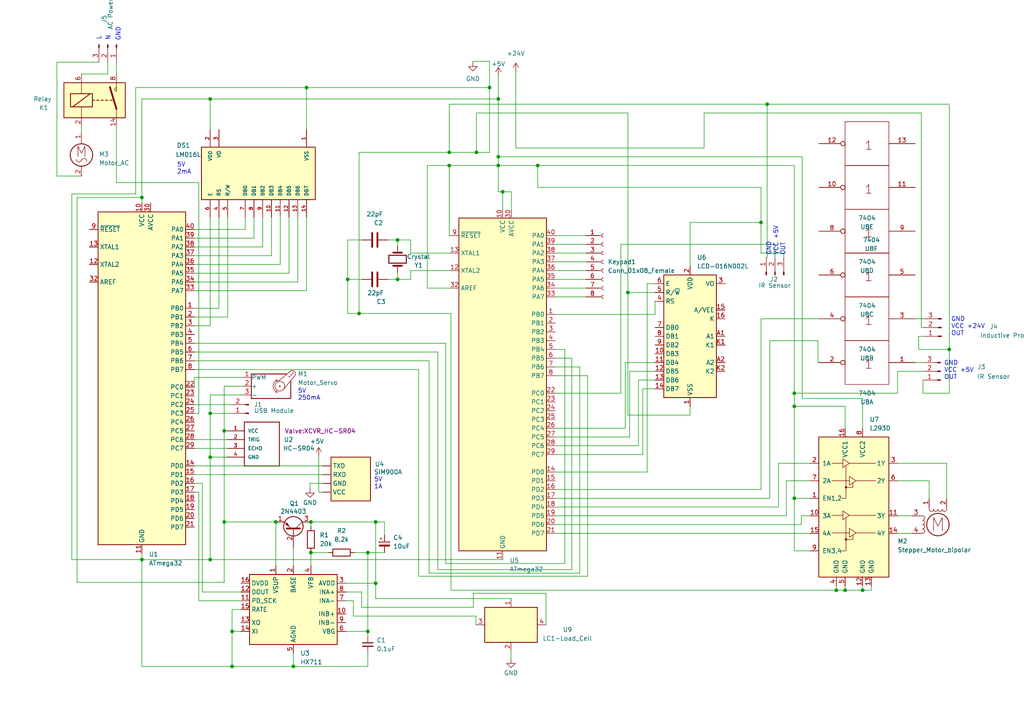
<source format=kicad_sch>
(kicad_sch (version 20211123) (generator eeschema)
  (paper "A4")
  (lib_symbols
    (symbol "74xx_IEEE:7404" (pin_names (offset 0.762))
      (property "Reference" "U" (at 5.08 7.62 0))
      (property "Value" "7404" (at 3.81 -8.89 0))
      (symbol "7404_0_0"
        (text "1" (at -0.508 0.508 0) (effects (font (size 2.54 2.54))))
      )
      (symbol "7404_0_1"
        (pin power_in line (at 0 6.35 270) (length 0) hide (name "Vcc") (number "14"))
        (pin power_in line (at 0 -6.35 90) (length 0) hide (name "Gnd") (number "7"))
      )
      (symbol "7404_1_1"
        (pin input line (at -13.97 0 0) (length 7.62) (name "~") (number "1"))
        (pin input inverted (at 13.97 0 180) (length 7.62) (name "~") (number "2"))
      )
      (symbol "7404_2_1"
        (pin input line (at -13.97 0 0) (length 7.62) (name "~") (number "3"))
        (pin input inverted (at 13.97 0 180) (length 7.62) (name "~") (number "4"))
      )
      (symbol "7404_3_1"
        (pin input line (at -13.97 0 0) (length 7.62) (name "~") (number "5"))
        (pin input inverted (at 13.97 0 180) (length 7.62) (name "~") (number "6"))
      )
      (symbol "7404_4_1"
        (pin input inverted (at 13.97 0 180) (length 7.62) (name "~") (number "8"))
        (pin input line (at -13.97 0 0) (length 7.62) (name "~") (number "9"))
      )
      (symbol "7404_5_1"
        (pin input inverted (at 13.97 0 180) (length 7.62) (name "~") (number "10"))
        (pin input line (at -13.97 0 0) (length 7.62) (name "~") (number "11"))
      )
      (symbol "7404_6_1"
        (pin input inverted (at 13.97 0 180) (length 7.62) (name "~") (number "12"))
        (pin input line (at -13.97 0 0) (length 7.62) (name "~") (number "13"))
      )
    )
    (symbol "Analog:LC1-Load_Cell"
      (property "Reference" "U" (at 3.81 11.43 0))
      (property "Value" "LC1-Load_Cell" (at 11.43 8.89 0))
      (symbol "LC1-Load_Cell_1_1"
        (pin output line (at 0 7.62 270) (length 2.54) (name "") (number "1"))
        (pin output line (at 0 -7.62 90) (length 2.54) (name "") (number "2"))
        (pin output line (at -10.16 0 0) (length 2.54) (name "") (number "3"))
        (pin output line (at 10.16 0 180) (length 2.54) (name "") (number "4"))
      )
    )
    (symbol "Connector:Conn_01x02_Male" (pin_names (offset 1.016) hide)
      (property "Reference" "J" (at 0 2.54 0))
      (property "Value" "Conn_01x02_Male" (at 0 -5.08 0))
      (symbol "Conn_01x02_Male_1_1"
        (pin passive line (at 5.08 0 180) (length 3.81) (name "Pin_1") (number "1"))
        (pin passive line (at 5.08 -2.54 180) (length 3.81) (name "Pin_2") (number "2"))
      )
    )
    (symbol "Connector:Conn_01x03_Male" (pin_names (offset 1.016) hide)
      (property "Reference" "J" (at 0 5.08 0))
      (property "Value" "Conn_01x03_Male" (at 0 -5.08 0))
      (symbol "Conn_01x03_Male_1_1"
        (pin passive line (at 5.08 2.54 180) (length 3.81) (name "Pin_1") (number "1"))
        (pin passive line (at 5.08 0 180) (length 3.81) (name "Pin_2") (number "2"))
        (pin passive line (at 5.08 -2.54 180) (length 3.81) (name "Pin_3") (number "3"))
      )
    )
    (symbol "Connector:Conn_01x08_Female" (pin_names (offset 1.016) hide)
      (property "Reference" "J" (at 0 10.16 0))
      (property "Value" "Conn_01x08_Female" (at 0 -12.7 0))
      (symbol "Conn_01x08_Female_1_1"
        (pin passive line (at -5.08 7.62 0) (length 3.81) (name "Pin_1") (number "1"))
        (pin passive line (at -5.08 5.08 0) (length 3.81) (name "Pin_2") (number "2"))
        (pin passive line (at -5.08 2.54 0) (length 3.81) (name "Pin_3") (number "3"))
        (pin passive line (at -5.08 0 0) (length 3.81) (name "Pin_4") (number "4"))
        (pin passive line (at -5.08 -2.54 0) (length 3.81) (name "Pin_5") (number "5"))
        (pin passive line (at -5.08 -5.08 0) (length 3.81) (name "Pin_6") (number "6"))
        (pin passive line (at -5.08 -7.62 0) (length 3.81) (name "Pin_7") (number "7"))
        (pin passive line (at -5.08 -10.16 0) (length 3.81) (name "Pin_8") (number "8"))
      )
    )
    (symbol "Device:C" (pin_numbers hide) (pin_names (offset 0.254))
      (property "Reference" "C" (at 0.635 2.54 0))
      (property "Value" "C" (at 0.635 -2.54 0))
      (symbol "C_1_1"
        (pin passive line (at 0 3.81 270) (length 2.794) (name "~") (number "1"))
        (pin passive line (at 0 -3.81 90) (length 2.794) (name "~") (number "2"))
      )
    )
    (symbol "Device:C_Polarized_Small" (pin_numbers hide) (pin_names (offset 0.254) hide)
      (property "Reference" "C" (at 0.254 1.778 0))
      (property "Value" "C_Polarized_Small" (at 0.254 -2.032 0))
      (symbol "C_Polarized_Small_1_1"
        (pin passive line (at 0 2.54 270) (length 1.8542) (name "~") (number "1"))
        (pin passive line (at 0 -2.54 90) (length 1.8542) (name "~") (number "2"))
      )
    )
    (symbol "Device:C_Small" (pin_numbers hide) (pin_names (offset 0.254) hide)
      (property "Reference" "C" (at 0.254 1.778 0))
      (property "Value" "C_Small" (at 0.254 -2.032 0))
      (symbol "C_Small_1_1"
        (pin passive line (at 0 2.54 270) (length 2.032) (name "~") (number "1"))
        (pin passive line (at 0 -2.54 90) (length 2.032) (name "~") (number "2"))
      )
    )
    (symbol "Device:Crystal" (pin_numbers hide) (pin_names (offset 1.016) hide)
      (property "Reference" "Y" (at 0 3.81 0))
      (property "Value" "Crystal" (at 0 -3.81 0))
      (symbol "Crystal_1_1"
        (pin passive line (at -3.81 0 0) (length 1.27) (name "1") (number "1"))
        (pin passive line (at 3.81 0 180) (length 1.27) (name "2") (number "2"))
      )
    )
    (symbol "Device:R" (pin_numbers hide) (pin_names (offset 0))
      (property "Reference" "R" (at 2.032 0 90))
      (property "Value" "R" (at 0 0 90))
      (symbol "R_1_1"
        (pin passive line (at 0 3.81 270) (length 1.27) (name "~") (number "1"))
        (pin passive line (at 0 -3.81 90) (length 1.27) (name "~") (number "2"))
      )
    )
    (symbol "Display_Character:LCD-016N002L"
      (property "Reference" "U" (at -6.35 18.796 0))
      (property "Value" "LCD-016N002L" (at 8.636 18.796 0))
      (symbol "LCD-016N002L_1_1"
        (pin power_in line (at 0 -20.32 90) (length 2.54) (name "VSS") (number "1"))
        (pin bidirectional line (at -10.16 -5.08 0) (length 2.54) (name "DB3") (number "10"))
        (pin bidirectional line (at -10.16 -7.62 0) (length 2.54) (name "DB4") (number "11"))
        (pin bidirectional line (at -10.16 -10.16 0) (length 2.54) (name "DB5") (number "12"))
        (pin bidirectional line (at -10.16 -12.7 0) (length 2.54) (name "DB6") (number "13"))
        (pin bidirectional line (at -10.16 -15.24 0) (length 2.54) (name "DB7") (number "14"))
        (pin power_in line (at 10.16 7.62 180) (length 2.54) (name "A/VEE") (number "15"))
        (pin power_in line (at 10.16 5.08 180) (length 2.54) (name "K") (number "16"))
        (pin power_in line (at 0 20.32 270) (length 2.54) (name "VDD") (number "2"))
        (pin input line (at 10.16 15.24 180) (length 2.54) (name "VO") (number "3"))
        (pin input line (at -10.16 10.16 0) (length 2.54) (name "RS") (number "4"))
        (pin input line (at -10.16 12.7 0) (length 2.54) (name "R/~{W}") (number "5"))
        (pin input line (at -10.16 15.24 0) (length 2.54) (name "E") (number "6"))
        (pin bidirectional line (at -10.16 2.54 0) (length 2.54) (name "DB0") (number "7"))
        (pin bidirectional line (at -10.16 0 0) (length 2.54) (name "DB1") (number "8"))
        (pin bidirectional line (at -10.16 -2.54 0) (length 2.54) (name "DB2") (number "9"))
        (pin power_in line (at 10.16 0 180) (length 2.54) (name "A1") (number "A1"))
        (pin power_in line (at 10.16 -7.62 180) (length 2.54) (name "A2") (number "A2"))
        (pin power_in line (at 10.16 -2.54 180) (length 2.54) (name "K1") (number "K1"))
        (pin power_in line (at 10.16 -10.16 180) (length 2.54) (name "K2") (number "K2"))
      )
    )
    (symbol "Driver_Motor:L293D" (pin_names (offset 1.016))
      (property "Reference" "U" (at -5.08 26.035 0))
      (property "Value" "L293D" (at -5.08 24.13 0))
      (symbol "L293D_1_1"
        (pin input line (at -12.7 5.08 0) (length 2.54) (name "EN1,2") (number "1"))
        (pin input line (at -12.7 0 0) (length 2.54) (name "3A") (number "10"))
        (pin output line (at 12.7 0 180) (length 2.54) (name "3Y") (number "11"))
        (pin power_in line (at 2.54 -20.32 90) (length 2.54) (name "GND") (number "12"))
        (pin power_in line (at 5.08 -20.32 90) (length 2.54) (name "GND") (number "13"))
        (pin output line (at 12.7 -5.08 180) (length 2.54) (name "4Y") (number "14"))
        (pin input line (at -12.7 -5.08 0) (length 2.54) (name "4A") (number "15"))
        (pin power_in line (at -2.54 25.4 270) (length 2.54) (name "VCC1") (number "16"))
        (pin input line (at -12.7 15.24 0) (length 2.54) (name "1A") (number "2"))
        (pin output line (at 12.7 15.24 180) (length 2.54) (name "1Y") (number "3"))
        (pin power_in line (at -5.08 -20.32 90) (length 2.54) (name "GND") (number "4"))
        (pin power_in line (at -2.54 -20.32 90) (length 2.54) (name "GND") (number "5"))
        (pin output line (at 12.7 10.16 180) (length 2.54) (name "2Y") (number "6"))
        (pin input line (at -12.7 10.16 0) (length 2.54) (name "2A") (number "7"))
        (pin power_in line (at 2.54 25.4 270) (length 2.54) (name "VCC2") (number "8"))
        (pin input line (at -12.7 -10.16 0) (length 2.54) (name "EN3,4") (number "9"))
      )
    )
    (symbol "HC-SR04:HC-SR04" (pin_names (offset 1.016))
      (property "Reference" "U" (at 0 5.08 0))
      (property "Value" "HC-SR04" (at 0 -10.16 0))
      (symbol "HC-SR04_0_0"
        (pin power_in line (at -5.08 2.54 0) (length 5.08) (name "VCC") (number "1"))
        (pin bidirectional line (at -5.08 0 0) (length 5.08) (name "TRIG") (number "2"))
        (pin bidirectional line (at -5.08 -2.54 0) (length 5.08) (name "ECHO") (number "3"))
        (pin power_in line (at -5.08 -5.08 0) (length 5.08) (name "GND") (number "4"))
      )
    )
    (symbol "ICT Project 2:LM016L" (pin_names (offset 1.016))
      (property "Reference" "DS" (at -9.9314 15.7734 0))
      (property "Value" "LM016L" (at -9.906 -19.8374 0))
      (symbol "LM016L_0_0"
        (pin power_in line (at 10.16 -15.24 180) (length 5.08) (name "VSS") (number "1"))
        (pin bidirectional line (at -15.24 -5.08 0) (length 5.08) (name "DB3") (number "10"))
        (pin bidirectional line (at -15.24 -7.62 0) (length 5.08) (name "DB4") (number "11"))
        (pin bidirectional line (at -15.24 -10.16 0) (length 5.08) (name "DB5") (number "12"))
        (pin bidirectional line (at -15.24 -12.7 0) (length 5.08) (name "DB6") (number "13"))
        (pin bidirectional line (at -15.24 -15.24 0) (length 5.08) (name "DB7") (number "14"))
        (pin power_in line (at 10.16 12.7 180) (length 5.08) (name "VDD") (number "2"))
        (pin power_in line (at 10.16 10.16 180) (length 5.08) (name "VO") (number "3"))
        (pin input line (at -15.24 10.16 0) (length 5.08) (name "RS") (number "4"))
        (pin input line (at -15.24 7.62 0) (length 5.08) (name "R/W") (number "5"))
        (pin input line (at -15.24 12.7 0) (length 5.08) (name "E") (number "6"))
        (pin bidirectional line (at -15.24 2.54 0) (length 5.08) (name "DB0") (number "7"))
        (pin bidirectional line (at -15.24 0 0) (length 5.08) (name "DB1") (number "8"))
        (pin bidirectional line (at -15.24 -2.54 0) (length 5.08) (name "DB2") (number "9"))
      )
    )
    (symbol "MCU_Microchip_ATmega:ATmega32A-P"
      (property "Reference" "U" (at -12.7 49.53 0))
      (property "Value" "ATmega32A-P" (at 2.54 -49.53 0))
      (symbol "ATmega32A-P_1_1"
        (pin bidirectional line (at 15.24 20.32 180) (length 2.54) (name "PB0") (number "1"))
        (pin power_in line (at 0 50.8 270) (length 2.54) (name "VCC") (number "10"))
        (pin power_in line (at 0 -50.8 90) (length 2.54) (name "GND") (number "11"))
        (pin output line (at -15.24 33.02 0) (length 2.54) (name "XTAL2") (number "12"))
        (pin input line (at -15.24 38.1 0) (length 2.54) (name "XTAL1") (number "13"))
        (pin bidirectional line (at 15.24 -25.4 180) (length 2.54) (name "PD0") (number "14"))
        (pin bidirectional line (at 15.24 -27.94 180) (length 2.54) (name "PD1") (number "15"))
        (pin bidirectional line (at 15.24 -30.48 180) (length 2.54) (name "PD2") (number "16"))
        (pin bidirectional line (at 15.24 -33.02 180) (length 2.54) (name "PD3") (number "17"))
        (pin bidirectional line (at 15.24 -35.56 180) (length 2.54) (name "PD4") (number "18"))
        (pin bidirectional line (at 15.24 -38.1 180) (length 2.54) (name "PD5") (number "19"))
        (pin bidirectional line (at 15.24 17.78 180) (length 2.54) (name "PB1") (number "2"))
        (pin bidirectional line (at 15.24 -40.64 180) (length 2.54) (name "PD6") (number "20"))
        (pin bidirectional line (at 15.24 -43.18 180) (length 2.54) (name "PD7") (number "21"))
        (pin bidirectional line (at 15.24 -2.54 180) (length 2.54) (name "PC0") (number "22"))
        (pin bidirectional line (at 15.24 -5.08 180) (length 2.54) (name "PC1") (number "23"))
        (pin bidirectional line (at 15.24 -7.62 180) (length 2.54) (name "PC2") (number "24"))
        (pin bidirectional line (at 15.24 -10.16 180) (length 2.54) (name "PC3") (number "25"))
        (pin bidirectional line (at 15.24 -12.7 180) (length 2.54) (name "PC4") (number "26"))
        (pin bidirectional line (at 15.24 -15.24 180) (length 2.54) (name "PC5") (number "27"))
        (pin bidirectional line (at 15.24 -17.78 180) (length 2.54) (name "PC6") (number "28"))
        (pin bidirectional line (at 15.24 -20.32 180) (length 2.54) (name "PC7") (number "29"))
        (pin bidirectional line (at 15.24 15.24 180) (length 2.54) (name "PB2") (number "3"))
        (pin power_in line (at 2.54 50.8 270) (length 2.54) (name "AVCC") (number "30"))
        (pin passive line (at 0 -50.8 90) (length 2.54) hide (name "GND") (number "31"))
        (pin passive line (at -15.24 27.94 0) (length 2.54) (name "AREF") (number "32"))
        (pin bidirectional line (at 15.24 25.4 180) (length 2.54) (name "PA7") (number "33"))
        (pin bidirectional line (at 15.24 27.94 180) (length 2.54) (name "PA6") (number "34"))
        (pin bidirectional line (at 15.24 30.48 180) (length 2.54) (name "PA5") (number "35"))
        (pin bidirectional line (at 15.24 33.02 180) (length 2.54) (name "PA4") (number "36"))
        (pin bidirectional line (at 15.24 35.56 180) (length 2.54) (name "PA3") (number "37"))
        (pin bidirectional line (at 15.24 38.1 180) (length 2.54) (name "PA2") (number "38"))
        (pin bidirectional line (at 15.24 40.64 180) (length 2.54) (name "PA1") (number "39"))
        (pin bidirectional line (at 15.24 12.7 180) (length 2.54) (name "PB3") (number "4"))
        (pin bidirectional line (at 15.24 43.18 180) (length 2.54) (name "PA0") (number "40"))
        (pin bidirectional line (at 15.24 10.16 180) (length 2.54) (name "PB4") (number "5"))
        (pin bidirectional line (at 15.24 7.62 180) (length 2.54) (name "PB5") (number "6"))
        (pin bidirectional line (at 15.24 5.08 180) (length 2.54) (name "PB6") (number "7"))
        (pin bidirectional line (at 15.24 2.54 180) (length 2.54) (name "PB7") (number "8"))
        (pin input line (at -15.24 43.18 0) (length 2.54) (name "~{RESET}") (number "9"))
      )
    )
    (symbol "Motor:Motor_AC" (pin_names (offset 0))
      (property "Reference" "M" (at 2.54 2.54 0))
      (property "Value" "Motor_AC" (at 2.54 -5.08 0))
      (symbol "Motor_AC_1_1"
        (pin passive line (at 0 5.08 270) (length 2.54) (name "~") (number "1"))
        (pin passive line (at 0 -7.62 90) (length 2.54) (name "~") (number "2"))
      )
    )
    (symbol "Motor:Motor_Servo" (pin_names (offset 0.0254))
      (property "Reference" "M" (at -5.08 4.445 0))
      (property "Value" "Motor_Servo" (at -5.08 -4.064 0))
      (symbol "Motor_Servo_1_1"
        (pin passive line (at -7.62 2.54 0) (length 2.54) (name "PWM") (number "1"))
        (pin passive line (at -7.62 0 0) (length 2.54) (name "+") (number "2"))
        (pin passive line (at -7.62 -2.54 0) (length 2.54) (name "-") (number "3"))
      )
    )
    (symbol "Motor:Stepper_Motor_bipolar" (pin_names (offset 0) hide)
      (property "Reference" "M" (at 3.81 2.54 0))
      (property "Value" "Stepper_Motor_bipolar" (at 3.81 1.27 0))
      (symbol "Stepper_Motor_bipolar_1_1"
        (pin passive line (at -2.54 7.62 270) (length 2.54) (name "~") (number "1"))
        (pin passive line (at 2.54 7.62 270) (length 2.54) (name "-") (number "2"))
        (pin passive line (at -7.62 2.54 0) (length 2.54) (name "~") (number "3"))
        (pin passive line (at -7.62 -2.54 0) (length 2.54) (name "~") (number "4"))
      )
    )
    (symbol "Relay:DIPxx-1Axx-13x"
      (property "Reference" "K" (at 8.89 3.81 0))
      (property "Value" "DIPxx-1Axx-13x" (at 8.89 1.27 0))
      (symbol "DIPxx-1Axx-13x_1_1"
        (pin passive line (at 5.08 -7.62 90) (length 2.54) (name "~") (number "14"))
        (pin passive line (at -5.08 -7.62 90) (length 2.54) (name "~") (number "2"))
        (pin passive line (at -5.08 7.62 270) (length 2.54) (name "~") (number "6"))
        (pin passive line (at 5.08 7.62 270) (length 2.54) (name "~") (number "8"))
      )
    )
    (symbol "SIM900A:SIM900A"
      (property "Reference" "U" (at -15.24 34.29 0))
      (property "Value" "SIM900A" (at -7.62 34.29 0))
      (symbol "SIM900A_1_1"
        (pin passive line (at -17.78 25.4 0) (length 2.54) (name "GND") (number ""))
        (pin input line (at -17.78 27.94 0) (length 2.54) (name "RXD") (number ""))
        (pin output line (at -17.78 30.48 0) (length 2.54) (name "TXD") (number ""))
        (pin power_in line (at -17.78 22.86 0) (length 2.54) (name "VCC") (number ""))
      )
    )
    (symbol "Sensor_Current:HX711"
      (property "Reference" "U?" (at 7.0994 -15.24 0))
      (property "Value" "HX711" (at 7.0994 -17.78 0))
      (symbol "HX711_1_1"
        (pin input line (at 0 10.16 270) (length 2.54) (name "VSUP") (number "1"))
        (pin output line (at 20.32 -3.81 180) (length 2.54) (name "INB+") (number "10"))
        (pin passive line (at -10.16 0 0) (length 2.54) (name "PD_SCK") (number "11"))
        (pin passive line (at -10.16 2.54 0) (length 2.54) (name "DOUT") (number "12"))
        (pin passive line (at -10.16 -6.35 0) (length 2.54) (name "XO") (number "13"))
        (pin passive line (at -10.16 -8.89 0) (length 2.54) (name "XI") (number "14"))
        (pin passive line (at -10.16 -2.54 0) (length 2.54) (name "RATE") (number "15"))
        (pin passive line (at -10.16 5.08 0) (length 2.54) (name "DVDD") (number "16"))
        (pin output line (at 5.08 10.16 270) (length 2.54) (name "BASE") (number "2"))
        (pin output line (at 20.32 5.08 180) (length 2.54) (name "AVDD") (number "3"))
        (pin input line (at 10.16 10.16 270) (length 2.54) (name "VFB") (number "4"))
        (pin power_in line (at 5.08 -15.24 90) (length 2.54) (name "AGND") (number "5"))
        (pin output line (at 20.32 -8.89 180) (length 2.54) (name "VBG") (number "6"))
        (pin output line (at 20.32 0 180) (length 2.54) (name "INA-") (number "7"))
        (pin output line (at 20.32 2.54 180) (length 2.54) (name "INA+") (number "8"))
        (pin output line (at 20.32 -6.35 180) (length 2.54) (name "INB-") (number "9"))
      )
    )
    (symbol "Transistor_BJT:2N3906" (pin_names (offset 0) hide)
      (property "Reference" "Q" (at 5.08 1.905 0))
      (property "Value" "2N3906" (at 5.08 0 0))
      (symbol "2N3906_1_1"
        (pin passive line (at 2.54 -5.08 90) (length 2.54) (name "E") (number "1"))
        (pin input line (at -5.08 0 0) (length 5.715) (name "B") (number "2"))
        (pin passive line (at 2.54 5.08 270) (length 2.54) (name "C") (number "3"))
      )
    )
    (symbol "power:+24V" (power) (pin_names (offset 0))
      (property "Value" "+24V" (at 0 3.556 0))
      (symbol "+24V_1_1"
        (pin power_in line (at 0 0 90) (length 0) hide (name "+24V") (number "1"))
      )
    )
    (symbol "power:+5V" (power) (pin_names (offset 0))
      (property "Value" "+5V" (at 0 3.556 0))
      (symbol "+5V_1_1"
        (pin power_in line (at 0 0 90) (length 0) hide (name "+5V") (number "1"))
      )
    )
    (symbol "power:GND" (power) (pin_names (offset 0))
      (property "Value" "GND" (at 0 -3.81 0))
      (symbol "GND_1_1"
        (pin power_in line (at 0 0 270) (length 0) hide (name "GND") (number "1"))
      )
    )
  )
  (junction (at 90.17 151.384))
  (junction (at 242.57 171.196))
  (junction (at 130.302 44.196))
  (junction (at 130.302 48.006))
  (junction (at 65.024 124.968))
  (junction (at 65.024 151.384))
  (junction (at 220.726 64.516))
  (junction (at 41.148 162.306))
  (junction (at 60.96 132.588))
  (junction (at 115.316 69.596))
  (junction (at 90.17 160.274))
  (junction (at 144.526 48.006))
  (junction (at 230.378 144.526))
  (junction (at 145.796 55.626))
  (junction (at 41.148 57.277))
  (junction (at 60.96 162.306))
  (junction (at 182.118 84.836))
  (junction (at 245.11 171.196))
  (junction (at 80.01 151.384))
  (junction (at 138.176 44.196))
  (junction (at 250.19 171.196))
  (junction (at 60.96 119.888))
  (junction (at 88.9 25.4))
  (junction (at 106.68 183.134))
  (junction (at 230.378 114.046))
  (junction (at 275.336 101.346))
  (junction (at 106.68 160.274))
  (junction (at 67.31 193.294))
  (junction (at 108.966 169.164))
  (junction (at 115.316 81.026))
  (junction (at 60.96 28.702))
  (junction (at 230.378 117.856))
  (junction (at 100.838 81.026))
  (junction (at 144.526 28.702))
  (junction (at 144.526 45.466))
  (junction (at 85.09 193.294))
  (junction (at 108.966 151.384))
  (junction (at 67.31 183.134))
  (junction (at 104.14 90.932))
  (junction (at 222.504 30.226))
  (junction (at 141.986 25.4))
  (junction (at 155.956 48.006))
  (wire (pts (xy 39.37 25.4) (xy 88.9 25.4)))
  (wire (pts (xy 222.504 30.226) (xy 222.504 74.676)))
  (wire (pts (xy 200.152 64.516) (xy 220.726 64.516)))
  (wire (pts (xy 76.2 62.992) (xy 76.2 71.628)))
  (wire (pts (xy 88.9 62.992) (xy 88.9 84.328)))
  (wire (pts (xy 182.118 84.836) (xy 182.118 120.396)))
  (wire (pts (xy 104.14 44.196) (xy 104.14 90.932)))
  (wire (pts (xy 119.126 78.486) (xy 130.556 78.486)))
  (wire (pts (xy 130.302 68.326) (xy 130.556 68.326)))
  (wire (pts (xy 56.388 127.508) (xy 65.786 127.508)))
  (wire (pts (xy 232.41 149.606) (xy 232.41 152.146)))
  (wire (pts (xy 130.302 48.006) (xy 130.302 68.326)))
  (wire (pts (xy 56.388 130.048) (xy 65.786 130.048)))
  (wire (pts (xy 161.036 68.326) (xy 169.926 68.326)))
  (wire (pts (xy 161.036 81.026) (xy 169.926 81.026)))
  (wire (pts (xy 123.952 83.566) (xy 130.556 83.566)))
  (wire (pts (xy 104.14 44.196) (xy 130.302 44.196)))
  (wire (pts (xy 56.388 69.088) (xy 73.66 69.088)))
  (wire (pts (xy 100.838 69.596) (xy 104.902 69.596)))
  (wire (pts (xy 185.166 129.286) (xy 185.166 110.236)))
  (wire (pts (xy 245.11 171.196) (xy 250.19 171.196)))
  (wire (pts (xy 121.412 107.188) (xy 56.388 107.188)))
  (wire (pts (xy 33.782 18.034) (xy 33.782 21.463)))
  (wire (pts (xy 222.504 30.226) (xy 275.336 30.226)))
  (wire (pts (xy 148.209 188.849) (xy 148.209 191.135)))
  (wire (pts (xy 58.674 171.704) (xy 69.85 171.704)))
  (wire (pts (xy 237.236 98.806) (xy 237.236 105.156)))
  (wire (pts (xy 104.902 176.149) (xy 137.287 176.149)))
  (wire (pts (xy 41.148 193.294) (xy 67.31 193.294)))
  (wire (pts (xy 16.51 18.034) (xy 28.702 18.034)))
  (wire (pts (xy 145.796 55.626) (xy 148.336 55.626)))
  (wire (pts (xy 71.12 66.548) (xy 71.12 62.992)))
  (wire (pts (xy 161.036 154.686) (xy 234.95 154.686)))
  (wire (pts (xy 267.716 114.046) (xy 275.336 114.046)))
  (wire (pts (xy 161.036 124.206) (xy 181.356 124.206)))
  (wire (pts (xy 23.622 51.054) (xy 16.51 51.054)))
  (wire (pts (xy 108.966 151.384) (xy 111.506 151.384)))
  (wire (pts (xy 230.378 159.766) (xy 234.95 159.766)))
  (wire (pts (xy 56.388 66.548) (xy 71.12 66.548)))
  (wire (pts (xy 161.036 70.866) (xy 169.926 70.866)))
  (wire (pts (xy 252.73 169.926) (xy 252.73 171.196)))
  (wire (pts (xy 65.024 112.014) (xy 65.024 124.968)))
  (wire (pts (xy 189.992 82.296) (xy 187.706 82.296)))
  (wire (pts (xy 182.118 32.766) (xy 138.176 32.766)))
  (wire (pts (xy 121.412 167.132) (xy 170.434 167.132)))
  (wire (pts (xy 260.35 107.696) (xy 260.35 114.046)))
  (wire (pts (xy 106.68 189.484) (xy 106.68 193.294)))
  (wire (pts (xy 89.916 140.208) (xy 89.916 141.732)))
  (wire (pts (xy 56.388 76.708) (xy 81.28 76.708)))
  (wire (pts (xy 230.378 48.006) (xy 230.378 114.046)))
  (wire (pts (xy 161.036 149.606) (xy 228.092 149.606)))
  (wire (pts (xy 158.369 172.085) (xy 158.369 181.229)))
  (wire (pts (xy 225.806 147.066) (xy 225.806 134.366)))
  (wire (pts (xy 149.606 20.828) (xy 149.606 42.926)))
  (wire (pts (xy 20.828 56.261) (xy 39.37 56.261)))
  (wire (pts (xy 138.049 178.689) (xy 138.049 181.229)))
  (wire (pts (xy 56.388 109.474) (xy 70.358 109.474)))
  (wire (pts (xy 144.526 22.098) (xy 144.526 28.702)))
  (wire (pts (xy 267.97 94.996) (xy 267.208 94.996)))
  (wire (pts (xy 127 102.108) (xy 56.388 102.108)))
  (wire (pts (xy 129.286 163.449) (xy 163.83 163.449)))
  (wire (pts (xy 88.9 25.4) (xy 141.986 25.4)))
  (wire (pts (xy 65.024 124.968) (xy 65.786 124.968)))
  (wire (pts (xy 67.31 176.784) (xy 67.31 183.134)))
  (wire (pts (xy 170.434 108.966) (xy 170.434 167.132)))
  (wire (pts (xy 119.126 73.406) (xy 130.556 73.406)))
  (wire (pts (xy 161.036 141.986) (xy 220.726 141.986)))
  (wire (pts (xy 155.956 48.006) (xy 155.956 54.356)))
  (wire (pts (xy 155.956 48.006) (xy 144.526 48.006)))
  (wire (pts (xy 124.46 166.243) (xy 168.148 166.243)))
  (wire (pts (xy 41.148 162.306) (xy 60.96 162.306)))
  (wire (pts (xy 274.574 144.526) (xy 274.574 134.366)))
  (wire (pts (xy 230.378 144.526) (xy 230.378 159.766)))
  (wire (pts (xy 266.446 101.346) (xy 275.336 101.346)))
  (wire (pts (xy 85.09 159.004) (xy 85.09 164.084)))
  (wire (pts (xy 137.287 176.149) (xy 137.287 172.085)))
  (wire (pts (xy 250.19 169.926) (xy 250.19 171.196)))
  (wire (pts (xy 123.952 48.006) (xy 123.952 83.566)))
  (wire (pts (xy 63.5 62.992) (xy 63.5 89.408)))
  (wire (pts (xy 250.19 115.57) (xy 232.664 115.57)))
  (wire (pts (xy 56.388 81.788) (xy 86.36 81.788)))
  (wire (pts (xy 230.378 144.526) (xy 234.95 144.526)))
  (wire (pts (xy 182.118 84.836) (xy 189.992 84.836)))
  (wire (pts (xy 121.412 167.132) (xy 121.412 107.188)))
  (wire (pts (xy 161.036 114.046) (xy 180.086 114.046)))
  (wire (pts (xy 161.036 131.826) (xy 186.436 131.826)))
  (wire (pts (xy 65.024 151.384) (xy 65.024 168.91)))
  (wire (pts (xy 104.14 90.932) (xy 130.81 90.932)))
  (wire (pts (xy 266.446 97.536) (xy 267.97 97.536)))
  (wire (pts (xy 100.838 81.026) (xy 100.838 90.932)))
  (wire (pts (xy 168.148 166.243) (xy 168.148 106.426)))
  (wire (pts (xy 56.388 94.488) (xy 60.96 94.488)))
  (wire (pts (xy 90.17 160.274) (xy 90.17 164.084)))
  (wire (pts (xy 58.674 140.208) (xy 58.674 171.704)))
  (wire (pts (xy 83.82 62.992) (xy 83.82 79.248)))
  (wire (pts (xy 106.68 183.134) (xy 106.68 184.404)))
  (wire (pts (xy 129.286 99.568) (xy 129.286 163.449)))
  (wire (pts (xy 22.352 57.277) (xy 41.148 57.277)))
  (wire (pts (xy 161.036 136.906) (xy 187.706 136.906)))
  (wire (pts (xy 161.036 83.566) (xy 169.926 83.566)))
  (wire (pts (xy 69.85 176.784) (xy 67.31 176.784)))
  (wire (pts (xy 23.622 36.703) (xy 23.622 38.354)))
  (wire (pts (xy 161.036 103.886) (xy 165.862 103.886)))
  (wire (pts (xy 60.96 28.702) (xy 60.96 37.592)))
  (wire (pts (xy 161.036 86.106) (xy 169.926 86.106)))
  (wire (pts (xy 112.522 81.026) (xy 115.316 81.026)))
  (wire (pts (xy 144.526 45.466) (xy 144.526 48.006)))
  (wire (pts (xy 56.388 99.568) (xy 129.286 99.568)))
  (wire (pts (xy 39.37 56.261) (xy 39.37 25.4)))
  (wire (pts (xy 269.494 144.526) (xy 269.494 139.446)))
  (wire (pts (xy 127 165.227) (xy 165.862 165.227)))
  (wire (pts (xy 92.456 142.748) (xy 93.472 142.748)))
  (wire (pts (xy 60.96 132.588) (xy 65.786 132.588)))
  (wire (pts (xy 161.036 147.066) (xy 225.806 147.066)))
  (wire (pts (xy 26.162 71.628) (xy 25.908 71.628)))
  (wire (pts (xy 22.352 168.91) (xy 65.024 168.91)))
  (wire (pts (xy 232.664 115.57) (xy 232.664 45.466)))
  (wire (pts (xy 220.726 54.356) (xy 155.956 54.356)))
  (wire (pts (xy 41.148 28.702) (xy 41.148 57.277)))
  (wire (pts (xy 267.716 107.696) (xy 260.35 107.696)))
  (wire (pts (xy 22.352 57.277) (xy 22.352 168.91)))
  (wire (pts (xy 56.388 84.328) (xy 88.9 84.328)))
  (wire (pts (xy 102.489 174.244) (xy 100.33 174.244)))
  (wire (pts (xy 76.2 71.628) (xy 56.388 71.628)))
  (wire (pts (xy 104.902 171.704) (xy 104.902 176.149)))
  (wire (pts (xy 112.522 69.596) (xy 115.316 69.596)))
  (wire (pts (xy 90.17 151.384) (xy 90.17 152.654)))
  (wire (pts (xy 57.658 52.959) (xy 33.782 52.959)))
  (wire (pts (xy 41.148 57.277) (xy 41.148 58.928)))
  (wire (pts (xy 250.19 124.206) (xy 250.19 115.57)))
  (wire (pts (xy 200.152 77.216) (xy 200.152 64.516)))
  (wire (pts (xy 80.01 151.384) (xy 80.01 164.084)))
  (wire (pts (xy 85.09 193.294) (xy 106.68 193.294)))
  (wire (pts (xy 130.302 48.006) (xy 144.526 48.006)))
  (wire (pts (xy 119.126 73.406) (xy 119.126 69.596)))
  (wire (pts (xy 230.378 114.046) (xy 260.35 114.046)))
  (wire (pts (xy 100.838 90.932) (xy 104.14 90.932)))
  (wire (pts (xy 265.43 92.456) (xy 267.97 92.456)))
  (wire (pts (xy 230.378 117.856) (xy 230.378 144.526)))
  (wire (pts (xy 108.966 173.609) (xy 148.209 173.609)))
  (wire (pts (xy 138.176 32.766) (xy 138.176 44.196)))
  (wire (pts (xy 204.216 32.766) (xy 267.208 32.766)))
  (wire (pts (xy 102.489 178.689) (xy 138.049 178.689)))
  (wire (pts (xy 245.11 169.926) (xy 245.11 171.196)))
  (wire (pts (xy 163.83 101.346) (xy 161.036 101.346)))
  (wire (pts (xy 182.118 32.766) (xy 182.118 84.836)))
  (wire (pts (xy 220.726 141.986) (xy 220.726 92.456)))
  (wire (pts (xy 65.024 151.384) (xy 80.01 151.384)))
  (wire (pts (xy 144.526 45.466) (xy 232.664 45.466)))
  (wire (pts (xy 67.31 183.134) (xy 69.85 183.134)))
  (wire (pts (xy 148.336 55.626) (xy 148.336 60.706)))
  (wire (pts (xy 130.302 30.226) (xy 222.504 30.226)))
  (wire (pts (xy 130.302 30.226) (xy 130.302 44.196)))
  (wire (pts (xy 56.388 104.648) (xy 124.46 104.648)))
  (wire (pts (xy 57.658 142.748) (xy 57.658 174.244)))
  (wire (pts (xy 230.378 114.046) (xy 230.378 117.856)))
  (wire (pts (xy 56.388 79.248) (xy 83.82 79.248)))
  (wire (pts (xy 228.092 149.606) (xy 228.092 139.446)))
  (wire (pts (xy 130.81 90.932) (xy 130.81 171.196)))
  (wire (pts (xy 275.336 30.48) (xy 275.336 101.346)))
  (wire (pts (xy 228.092 139.446) (xy 234.95 139.446)))
  (wire (pts (xy 23.622 21.463) (xy 31.242 21.463)))
  (wire (pts (xy 56.388 135.128) (xy 93.472 135.128)))
  (wire (pts (xy 66.04 62.992) (xy 66.04 91.948)))
  (wire (pts (xy 60.96 119.888) (xy 60.96 132.588)))
  (wire (pts (xy 274.574 134.366) (xy 260.35 134.366)))
  (wire (pts (xy 161.036 108.966) (xy 170.434 108.966)))
  (wire (pts (xy 223.266 98.806) (xy 237.236 98.806)))
  (wire (pts (xy 115.316 69.596) (xy 115.316 71.374)))
  (wire (pts (xy 260.35 154.686) (xy 264.414 154.686)))
  (wire (pts (xy 220.726 64.516) (xy 220.726 54.356)))
  (wire (pts (xy 181.356 124.206) (xy 181.356 105.156)))
  (wire (pts (xy 130.302 44.196) (xy 138.176 44.196)))
  (wire (pts (xy 56.388 117.348) (xy 67.056 117.348)))
  (wire (pts (xy 85.09 189.484) (xy 85.09 193.294)))
  (wire (pts (xy 161.036 78.486) (xy 169.926 78.486)))
  (wire (pts (xy 100.838 81.026) (xy 104.902 81.026)))
  (wire (pts (xy 200.152 117.856) (xy 200.152 120.396)))
  (wire (pts (xy 56.388 89.408) (xy 63.5 89.408)))
  (wire (pts (xy 237.236 105.156) (xy 237.49 105.156)))
  (wire (pts (xy 245.11 117.856) (xy 245.11 124.206)))
  (wire (pts (xy 163.83 163.449) (xy 163.83 101.346)))
  (wire (pts (xy 220.726 73.406) (xy 220.726 64.516)))
  (wire (pts (xy 180.086 70.866) (xy 224.79 70.866)))
  (wire (pts (xy 100.33 171.704) (xy 104.902 171.704)))
  (wire (pts (xy 187.706 82.296) (xy 187.706 136.906)))
  (wire (pts (xy 124.46 104.648) (xy 124.46 166.243)))
  (wire (pts (xy 267.716 110.236) (xy 267.716 114.046)))
  (wire (pts (xy 165.862 103.886) (xy 165.862 165.227)))
  (wire (pts (xy 145.796 55.626) (xy 145.796 60.706)))
  (wire (pts (xy 186.436 131.826) (xy 186.436 112.776)))
  (wire (pts (xy 93.472 140.208) (xy 89.916 140.208)))
  (wire (pts (xy 161.036 152.146) (xy 232.41 152.146)))
  (wire (pts (xy 67.31 183.134) (xy 67.31 193.294)))
  (wire (pts (xy 141.986 25.4) (xy 141.986 44.196)))
  (wire (pts (xy 60.96 114.554) (xy 60.96 119.888)))
  (wire (pts (xy 141.986 25.4) (xy 141.986 17.78)))
  (wire (pts (xy 227.33 73.406) (xy 227.33 74.676)))
  (wire (pts (xy 57.658 142.748) (xy 56.388 142.748)))
  (wire (pts (xy 127 165.227) (xy 127 102.108)))
  (wire (pts (xy 106.68 160.274) (xy 102.87 160.274)))
  (wire (pts (xy 56.388 91.948) (xy 66.04 91.948)))
  (wire (pts (xy 92.456 132.334) (xy 92.456 142.748)))
  (wire (pts (xy 41.148 160.528) (xy 41.148 162.306)))
  (wire (pts (xy 85.09 193.294) (xy 67.31 193.294)))
  (wire (pts (xy 119.126 81.026) (xy 119.126 78.486)))
  (wire (pts (xy 100.33 169.164) (xy 108.966 169.164)))
  (wire (pts (xy 106.68 160.274) (xy 106.68 183.134)))
  (wire (pts (xy 161.036 106.426) (xy 168.148 106.426)))
  (wire (pts (xy 130.81 171.196) (xy 242.57 171.196)))
  (wire (pts (xy 275.336 101.346) (xy 275.336 114.046)))
  (wire (pts (xy 100.33 183.134) (xy 106.68 183.134)))
  (wire (pts (xy 250.19 171.196) (xy 252.73 171.196)))
  (wire (pts (xy 145.796 162.306) (xy 60.96 162.306)))
  (wire (pts (xy 144.526 55.626) (xy 145.796 55.626)))
  (wire (pts (xy 161.036 144.526) (xy 223.266 144.526)))
  (wire (pts (xy 88.9 25.4) (xy 88.9 37.592)))
  (wire (pts (xy 220.726 92.456) (xy 237.49 92.456)))
  (wire (pts (xy 267.208 32.766) (xy 267.208 94.996)))
  (wire (pts (xy 189.992 91.186) (xy 189.992 87.376)))
  (wire (pts (xy 60.96 94.488) (xy 60.96 62.992)))
  (wire (pts (xy 223.266 144.526) (xy 223.266 98.806)))
  (wire (pts (xy 224.79 70.866) (xy 224.79 74.676)))
  (wire (pts (xy 90.17 151.384) (xy 108.966 151.384)))
  (wire (pts (xy 60.96 119.888) (xy 67.056 119.888)))
  (wire (pts (xy 185.166 110.236) (xy 189.992 110.236)))
  (wire (pts (xy 108.966 169.164) (xy 108.966 173.609)))
  (wire (pts (xy 20.828 56.261) (xy 20.828 162.306)))
  (wire (pts (xy 57.658 119.888) (xy 57.658 52.959)))
  (wire (pts (xy 144.526 28.702) (xy 144.526 45.466)))
  (wire (pts (xy 106.68 160.274) (xy 111.506 160.274)))
  (wire (pts (xy 141.986 17.78) (xy 137.16 17.78)))
  (wire (pts (xy 57.658 174.244) (xy 69.85 174.244)))
  (wire (pts (xy 111.506 151.384) (xy 111.506 155.194)))
  (wire (pts (xy 242.57 171.196) (xy 245.11 171.196)))
  (wire (pts (xy 137.287 172.085) (xy 158.369 172.085)))
  (wire (pts (xy 115.316 69.596) (xy 119.126 69.596)))
  (wire (pts (xy 242.57 169.926) (xy 242.57 171.196)))
  (wire (pts (xy 181.356 105.156) (xy 189.992 105.156)))
  (wire (pts (xy 60.96 114.554) (xy 70.358 114.554)))
  (wire (pts (xy 16.51 51.054) (xy 16.51 18.034)))
  (wire (pts (xy 180.086 70.866) (xy 180.086 114.046)))
  (wire (pts (xy 90.17 160.274) (xy 95.25 160.274)))
  (wire (pts (xy 20.828 162.306) (xy 41.148 162.306)))
  (wire (pts (xy 56.388 74.168) (xy 78.74 74.168)))
  (wire (pts (xy 138.176 44.196) (xy 141.986 44.196)))
  (wire (pts (xy 56.388 119.888) (xy 57.658 119.888)))
  (wire (pts (xy 186.436 112.776) (xy 189.992 112.776)))
  (wire (pts (xy 204.216 32.766) (xy 204.216 42.926)))
  (wire (pts (xy 81.28 76.708) (xy 81.28 62.992)))
  (wire (pts (xy 161.036 126.746) (xy 182.626 126.746)))
  (wire (pts (xy 225.806 134.366) (xy 234.95 134.366)))
  (wire (pts (xy 123.952 48.006) (xy 130.302 48.006)))
  (wire (pts (xy 73.66 62.992) (xy 73.66 69.088)))
  (wire (pts (xy 60.96 28.702) (xy 144.526 28.702)))
  (wire (pts (xy 232.41 149.606) (xy 234.95 149.606)))
  (wire (pts (xy 161.036 129.286) (xy 185.166 129.286)))
  (wire (pts (xy 31.242 21.463) (xy 31.242 18.034)))
  (wire (pts (xy 144.526 48.006) (xy 144.526 55.626)))
  (wire (pts (xy 65.024 124.968) (xy 65.024 151.384)))
  (wire (pts (xy 56.388 140.208) (xy 58.674 140.208)))
  (wire (pts (xy 204.216 42.926) (xy 149.606 42.926)))
  (wire (pts (xy 182.626 107.696) (xy 189.992 107.696)))
  (wire (pts (xy 222.25 74.676) (xy 222.504 74.676)))
  (wire (pts (xy 161.036 75.946) (xy 169.926 75.946)))
  (wire (pts (xy 182.626 126.746) (xy 182.626 107.696)))
  (wire (pts (xy 269.494 139.446) (xy 260.35 139.446)))
  (wire (pts (xy 102.489 178.689) (xy 102.489 174.244)))
  (wire (pts (xy 266.446 97.536) (xy 266.446 101.346)))
  (wire (pts (xy 100.838 69.596) (xy 100.838 81.026)))
  (wire (pts (xy 115.316 81.026) (xy 119.126 81.026)))
  (wire (pts (xy 161.036 73.406) (xy 169.926 73.406)))
  (wire (pts (xy 230.378 48.006) (xy 155.956 48.006)))
  (wire (pts (xy 260.35 149.606) (xy 264.414 149.606)))
  (wire (pts (xy 60.96 132.588) (xy 60.96 162.306)))
  (wire (pts (xy 230.378 117.856) (xy 245.11 117.856)))
  (wire (pts (xy 41.148 28.702) (xy 60.96 28.702)))
  (wire (pts (xy 265.43 105.156) (xy 267.716 105.156)))
  (wire (pts (xy 56.388 112.268) (xy 56.388 109.474)))
  (wire (pts (xy 86.36 81.788) (xy 86.36 62.992)))
  (wire (pts (xy 161.036 91.186) (xy 189.992 91.186)))
  (wire (pts (xy 65.024 112.014) (xy 70.358 112.014)))
  (wire (pts (xy 41.148 162.306) (xy 41.148 193.294)))
  (wire (pts (xy 33.782 36.703) (xy 33.782 52.959)))
  (wire (pts (xy 56.388 137.668) (xy 93.472 137.668)))
  (wire (pts (xy 78.74 74.168) (xy 78.74 62.992)))
  (wire (pts (xy 182.118 120.396) (xy 200.152 120.396)))
  (wire (pts (xy 220.726 73.406) (xy 227.33 73.406)))
  (wire (pts (xy 137.16 17.78) (xy 137.16 18.034)))
  (wire (pts (xy 115.316 78.994) (xy 115.316 81.026)))
  (wire (pts (xy 108.966 151.384) (xy 108.966 169.164)))
  (text "GND\nVCC +5V\nOUT" (at 273.812 110.236 0) (effects (font (size 1.27 1.27)) (justify left bottom)))
  (text "N" (at 32.131 11.811 90) (effects (font (size 1.27 1.27)) (justify left bottom)))
  (text "L" (at 29.464 11.684 90) (effects (font (size 1.27 1.27)) (justify left bottom)))
  (text "GND" (at 35.052 11.938 90) (effects (font (size 1.27 1.27)) (justify left bottom)))
  (text "5V\n250mA" (at 86.36 116.2575 0) (effects (font (size 1.27 1.27)) (justify left bottom)))
  (text "GND\nVCC +24V\nOUT" (at 275.844 97.536 0) (effects (font (size 1.27 1.27)) (justify left bottom)))
  (text "GND\nVCC +5V\nOUT" (at 227.838 74.168 90) (effects (font (size 1.27 1.27)) (justify left bottom)))
  (text "5V\n1A" (at 108.458 141.9861 0) (effects (font (size 1.27 1.27)) (justify left bottom)))
  (text "5V\n2mA" (at 51.308 50.673 0) (effects (font (size 1.27 1.27)) (justify left bottom)))
  (symbol (lib_id "Transistor_BJT:2N3906") (at 85.09 153.924 270) (mirror x) (unit 1)
    (property "Reference" "Q1" (at 85.344 146.05 90))
    (property "Value" "2N4403" (at 85.09 148.336 90))
    (property "Footprint" "Package_TO_SOT_THT:TO-92_Inline" (effects hide))
    (property "Datasheet" "https://www.onsemi.com/pub/Collateral/2N3906-D.PDF" (effects hide))
  )
  (symbol (lib_id "Connector:Conn_01x03_Male") (at 224.79 79.756 90) (unit 1)
    (property "Reference" "J2" (at 223.266 81.026 90) (effects (justify right)))
    (property "Value" "IR Sensor" (at 219.964 82.804 90) (effects (justify right)))
    (property "Footprint" "Connector_PinSocket_1.27mm:PinSocket_1x03_P1.27mm_Vertical" (effects hide))
  )
  (symbol (lib_id "power:GND") (at 137.16 18.034 0) (unit 1)
    (property "Reference" "#PWR03" (effects hide))
    (property "Value" "GND" (at 137.16 22.86 0))
  )
  (symbol (lib_id "Device:Crystal") (at 115.316 75.184 90) (unit 1)
    (property "Reference" "Y1" (at 121.412 76.962 90))
    (property "Value" "Crystal" (at 121.412 74.422 90))
    (property "Footprint" "Crystal:Crystal_AT310_D3.0mm_L10.0mm_Vertical" (effects hide))
  )
  (symbol (lib_id "Connector:Conn_01x03_Male") (at 31.242 12.954 270) (unit 1)
    (property "Reference" "J5" (at 30.226 6.731 0) (effects (justify right)))
    (property "Value" "AC Power" (at 32.004 8.636 0) (effects (justify right)))
    (property "Footprint" "Connector_PinSocket_1.27mm:PinSocket_1x03_P1.27mm_Vertical" (effects hide))
  )
  (symbol (lib_id "ICT Project 2:LM016L") (at 73.66 47.752 90) (unit 1)
    (property "Reference" "DS1" (at 53.213 42.164 90))
    (property "Value" "LM016L" (at 54.61 44.831 90))
    (property "Footprint" "ICT Project 2:LCD_LM016L" (effects hide))
    (property "MANUFACTURER" "Hitachi" (effects hide))
  )
  (symbol (lib_id "MCU_Microchip_ATmega:ATmega32A-P") (at 145.796 111.506 0) (unit 1)
    (property "Reference" "U5" (at 147.8154 162.56 0) (effects (justify left)))
    (property "Value" "ATmega32" (at 147.8154 165.1 0) (effects (justify left)))
    (property "Footprint" "Package_DIP:DIP-40_W15.24mm" (effects hide))
    (property "Datasheet" "http://ww1.microchip.com/downloads/en/DeviceDoc/atmel-8155-8-bit-microcontroller-avr-atmega32a_datasheet.pdf" (effects hide))
  )
  (symbol (lib_id "power:GND") (at 89.916 141.732 0) (unit 1)
    (property "Reference" "#PWR01" (effects hide))
    (property "Value" "GND" (at 89.916 145.796 0))
  )
  (symbol (lib_id "Motor:Motor_AC") (at 23.622 43.434 0) (unit 1)
    (property "Reference" "M3" (at 28.702 44.7039 0) (effects (justify left)))
    (property "Value" "Motor_AC" (at 28.702 47.2439 0) (effects (justify left)))
    (property "Footprint" "Connector_PinSocket_2.54mm:PinSocket_1x02_P2.54mm_Vertical" (effects hide))
  )
  (symbol (lib_id "Motor:Stepper_Motor_bipolar") (at 272.034 152.146 0) (unit 1)
    (property "Reference" "M2" (at 260.35 156.972 0) (effects (justify left)))
    (property "Value" "Stepper_Motor_bipolar" (at 260.35 159.512 0) (effects (justify left)))
    (property "Footprint" "Connector_PinSocket_1.27mm:PinSocket_1x04_P1.27mm_Vertical" (effects hide))
    (property "Datasheet" "http://www.infineon.com/dgdl/Application-Note-TLE8110EE_driving_UniPolarStepperMotor_V1.1.pdf?fileId=db3a30431be39b97011be5d0aa0a00b0" (effects hide))
  )
  (symbol (lib_id "Device:R") (at 99.06 160.274 90) (unit 1)
    (property "Reference" "R2" (at 99.06 153.924 90))
    (property "Value" "8.2k" (at 99.06 156.464 90))
    (property "Footprint" "Resistor_THT:R_Axial_DIN0204_L3.6mm_D1.6mm_P5.08mm_Horizontal" (effects hide))
  )
  (symbol (lib_id "SIM900A:SIM900A") (at 111.252 165.608 0) (unit 1)
    (property "Reference" "U4" (at 108.712 134.6201 0) (effects (justify left)))
    (property "Value" "SIM900A" (at 108.458 136.906 0) (effects (justify left)))
    (property "Footprint" "RF_GSM:SIMCom_SIM900" (effects hide))
    (property "Datasheet" "http://simcom.ee/documents/SIM900/SIM900_Hardware%20Design_V2.05.pdf" (effects hide))
  )
  (symbol (lib_id "74xx_IEEE:7404") (at 251.46 54.356 180) (unit 5)
    (property "Reference" "U8" (at 251.46 65.786 0))
    (property "Value" "7404" (at 251.46 63.246 0))
    (property "Footprint" "Package_DIP:DIP-14_W7.62mm" (effects hide))
  )
  (symbol (lib_id "Connector:Conn_01x08_Female") (at 175.006 75.946 0) (unit 1)
    (property "Reference" "Keypad1" (at 176.276 75.9459 0) (effects (justify left)))
    (property "Value" "Conn_01x08_Female" (at 176.276 78.4859 0) (effects (justify left)))
    (property "Footprint" "Connector_PinSocket_1.27mm:PinSocket_1x08_P1.27mm_Vertical" (effects hide))
  )
  (symbol (lib_id "power:+5V") (at 92.456 132.334 0) (unit 1)
    (property "Reference" "#PWR02" (effects hide))
    (property "Value" "+5V" (at 91.948 128.016 0))
  )
  (symbol (lib_id "74xx_IEEE:7404") (at 251.46 105.156 180) (unit 1)
    (property "Reference" "U8" (at 251.46 116.586 0))
    (property "Value" "7404" (at 251.46 114.046 0))
    (property "Footprint" "Package_DIP:DIP-14_W7.62mm" (effects hide))
  )
  (symbol (lib_id "Device:C") (at 108.712 69.596 90) (unit 1)
    (property "Reference" "C2" (at 111.125 64.6431 90) (effects (justify left)))
    (property "Value" "22pF" (at 111.125 62.1031 90) (effects (justify left)))
    (property "Footprint" "Capacitor_THT:CP_Radial_D4.0mm_P1.50mm" (effects hide))
  )
  (symbol (lib_id "74xx_IEEE:7404") (at 251.46 41.656 180) (unit 6)
    (property "Reference" "U8" (at 252.73 72.136 0))
    (property "Value" "7404" (at 252.73 69.596 0))
    (property "Footprint" "Package_DIP:DIP-14_W7.62mm" (effects hide))
  )
  (symbol (lib_id "Device:R") (at 90.17 156.464 0) (unit 1)
    (property "Reference" "R1" (at 92.71 155.1939 0) (effects (justify left)))
    (property "Value" "20k" (at 92.71 157.7339 0) (effects (justify left)))
    (property "Footprint" "Resistor_THT:R_Axial_DIN0204_L3.6mm_D1.6mm_P5.08mm_Horizontal" (effects hide))
  )
  (symbol (lib_id "power:GND") (at 148.209 191.135 0) (unit 1)
    (property "Reference" "#PWR06" (effects hide))
    (property "Value" "GND" (at 148.209 195.199 0))
  )
  (symbol (lib_id "HC-SR04:HC-SR04") (at 70.866 127.508 0) (unit 1)
    (property "Reference" "U2" (at 82.296 127.5079 0) (effects (justify left)))
    (property "Value" "HC-SR04" (at 82.042 130.048 0) (effects (justify left)))
    (property "Footprint" "Valve:XCVR_HC-SR04" (at 82.55 125.73 0) (effects (justify left bottom)))
    (property "MANUFACTURER" "Osepp" (effects hide))
  )
  (symbol (lib_id "Device:C_Polarized_Small") (at 111.506 157.734 0) (unit 1)
    (property "Reference" "C4" (at 114.046 155.9178 0) (effects (justify left)))
    (property "Value" "10uF" (at 114.046 158.4578 0) (effects (justify left)))
    (property "Footprint" "Capacitor_THT:CP_Radial_D4.0mm_P1.50mm" (effects hide))
  )
  (symbol (lib_id "power:+24V") (at 149.606 20.828 0) (unit 1)
    (property "Reference" "#PWR05" (effects hide))
    (property "Value" "+24V" (at 149.606 15.494 0))
  )
  (symbol (lib_id "Analog:LC1-Load_Cell") (at 148.209 181.229 0) (unit 1)
    (property "Reference" "U9" (at 164.592 182.626 0))
    (property "Value" "LC1-Load_Cell" (at 164.592 185.166 0))
    (property "Footprint" "Package_TO_SOT_SMD:SOT-23-6" (effects hide))
    (property "Datasheet" "https://www.ti.com/lit/ds/symlink/adc101c021.pdf" (effects hide))
  )
  (symbol (lib_id "74xx_IEEE:7404") (at 251.46 92.456 180) (unit 2)
    (property "Reference" "U8" (at 251.46 103.886 0))
    (property "Value" "7404" (at 251.46 101.346 0))
    (property "Footprint" "Package_DIP:DIP-14_W7.62mm" (effects hide))
  )
  (symbol (lib_id "Driver_Motor:L293D") (at 247.65 149.606 0) (unit 1)
    (property "Reference" "U7" (at 252.2094 121.666 0) (effects (justify left)))
    (property "Value" "L293D" (at 252.2094 124.206 0) (effects (justify left)))
    (property "Footprint" "Package_DIP:DIP-16_W7.62mm" (effects hide))
    (property "Datasheet" "http://www.ti.com/lit/ds/symlink/l293.pdf" (effects hide))
  )
  (symbol (lib_id "Relay:DIPxx-1Axx-13x") (at 28.702 29.083 0) (unit 1)
    (property "Reference" "K1" (at 12.7 31.242 0))
    (property "Value" "Relay" (at 12.319 28.702 0))
    (property "Footprint" "Relay_THT:Relay_StandexMeder_DIP_LowProfile" (effects hide))
    (property "Datasheet" "https://standexelectronics.com/wp-content/uploads/datasheet_reed_relay_DIP.pdf" (effects hide))
  )
  (symbol (lib_id "MCU_Microchip_ATmega:ATmega32A-P") (at 41.148 109.728 0) (unit 1)
    (property "Reference" "U1" (at 43.1674 160.782 0) (effects (justify left)))
    (property "Value" "ATmega32" (at 43.1674 163.322 0) (effects (justify left)))
    (property "Footprint" "Package_DIP:DIP-40_W15.24mm" (effects hide))
    (property "Datasheet" "http://ww1.microchip.com/downloads/en/DeviceDoc/atmel-8155-8-bit-microcontroller-avr-atmega32a_datasheet.pdf" (effects hide))
  )
  (symbol (lib_id "Connector:Conn_01x02_Male") (at 72.136 119.888 180) (unit 1)
    (property "Reference" "J1" (at 73.66 117.3479 0) (effects (justify right)))
    (property "Value" "USB Module" (at 73.66 119.126 0) (effects (justify right)))
    (property "Footprint" "Connector_PinHeader_1.27mm:PinHeader_1x02_P1.27mm_Vertical" (effects hide))
  )
  (symbol (lib_id "Motor:Motor_Servo") (at 77.978 112.014 0) (unit 1)
    (property "Reference" "M1" (at 86.36 108.458 0) (effects (justify left)))
    (property "Value" "Motor_Servo" (at 86.36 110.998 0) (effects (justify left)))
    (property "Datasheet" "http://forums.parallax.com/uploads/attachments/46831/74481.png" (effects hide))
  )
  (symbol (lib_id "74xx_IEEE:7404") (at 251.46 79.756 180) (unit 3)
    (property "Reference" "U8" (at 251.46 91.186 0))
    (property "Value" "7404" (at 251.46 88.646 0))
    (property "Footprint" "Package_DIP:DIP-14_W7.62mm" (effects hide))
  )
  (symbol (lib_id "Sensor_Current:HX711") (at 80.01 174.244 0) (unit 1)
    (property "Reference" "U3" (at 87.1094 189.484 0) (effects (justify left)))
    (property "Value" "HX711" (at 87.1094 192.024 0) (effects (justify left)))
    (property "Footprint" "Package_DIP:DIP-14_W7.62mm" (effects hide))
    (property "Datasheet" "https://www.lem.com/sites/default/files/products_datasheets/hx%203_50-p_sp2_e%20v07.pdf" (effects hide))
  )
  (symbol (lib_id "Connector:Conn_01x03_Male") (at 272.796 107.696 180) (unit 1)
    (property "Reference" "J3" (at 283.464 106.426 0) (effects (justify right)))
    (property "Value" "IR Sensor" (at 283.464 109.22 0) (effects (justify right)))
    (property "Footprint" "Connector_PinSocket_1.27mm:PinSocket_1x03_P1.27mm_Vertical" (effects hide))
  )
  (symbol (lib_id "Display_Character:LCD-016N002L") (at 200.152 97.536 0) (unit 1)
    (property "Reference" "U6" (at 202.1714 74.676 0) (effects (justify left)))
    (property "Value" "LCD-016N002L" (at 202.1714 77.216 0) (effects (justify left)))
    (property "Footprint" "Display:LCD-016N002L" (effects hide))
    (property "Datasheet" "http://www.vishay.com/docs/37299/37299.pdf" (effects hide))
  )
  (symbol (lib_id "power:+5V") (at 144.526 22.098 0) (unit 1)
    (property "Reference" "#PWR04" (effects hide))
    (property "Value" "+5V" (at 144.526 18.542 0))
  )
  (symbol (lib_id "Device:C_Small") (at 106.68 186.944 0) (unit 1)
    (property "Reference" "C1" (at 109.22 185.6802 0) (effects (justify left)))
    (property "Value" "0.1uF" (at 109.22 188.2202 0) (effects (justify left)))
    (property "Footprint" "Capacitor_THT:CP_Radial_D4.0mm_P1.50mm" (effects hide))
  )
  (symbol (lib_id "Connector:Conn_01x03_Male") (at 273.05 94.996 180) (unit 1)
    (property "Reference" "J4" (at 287.02 94.742 0) (effects (justify right)))
    (property "Value" "Inductive Proximity Sensor" (at 284.226 97.282 0) (effects (justify right)))
    (property "Footprint" "Connector_PinSocket_1.27mm:PinSocket_1x03_P1.27mm_Vertical" (effects hide))
  )
  (symbol (lib_id "Device:C") (at 108.712 81.026 90) (unit 1)
    (property "Reference" "C3" (at 111.887 87.5031 90) (effects (justify left)))
    (property "Value" "22pF" (at 111.379 84.963 90) (effects (justify left)))
    (property "Footprint" "Capacitor_THT:CP_Radial_D4.0mm_P1.50mm" (effects hide))
  )
  (symbol (lib_id "74xx_IEEE:7404") (at 251.46 67.056 180) (unit 4)
    (property "Reference" "U8" (at 251.46 78.486 0))
    (property "Value" "7404" (at 251.46 75.946 0))
    (property "Footprint" "Package_DIP:DIP-14_W7.62mm" (effects hide))
  )
)
</source>
